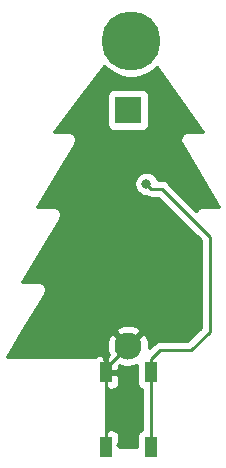
<source format=gbr>
G04 #@! TF.GenerationSoftware,KiCad,Pcbnew,(5.1.4)-1*
G04 #@! TF.CreationDate,2020-11-14T13:58:59-05:00*
G04 #@! TF.ProjectId,circuit,63697263-7569-4742-9e6b-696361645f70,rev?*
G04 #@! TF.SameCoordinates,Original*
G04 #@! TF.FileFunction,Copper,L2,Bot*
G04 #@! TF.FilePolarity,Positive*
%FSLAX46Y46*%
G04 Gerber Fmt 4.6, Leading zero omitted, Abs format (unit mm)*
G04 Created by KiCad (PCBNEW (5.1.4)-1) date 2020-11-14 13:58:59*
%MOMM*%
%LPD*%
G04 APERTURE LIST*
%ADD10C,0.800000*%
%ADD11C,5.000000*%
%ADD12R,1.000000X1.700000*%
%ADD13R,2.300000X2.300000*%
%ADD14C,2.300000*%
%ADD15C,0.250000*%
%ADD16C,0.254000*%
G04 APERTURE END LIST*
D10*
X65079825Y-43632175D03*
X63754000Y-43083000D03*
X62428175Y-43632175D03*
X61879000Y-44958000D03*
X62428175Y-46283825D03*
X63754000Y-46833000D03*
X65079825Y-46283825D03*
X65629000Y-44958000D03*
D11*
X63754000Y-44958000D03*
D12*
X65400000Y-79350000D03*
X65400000Y-73050000D03*
X61600000Y-79350000D03*
X61600000Y-73050000D03*
D13*
X63510000Y-50830000D03*
D14*
X63500000Y-70800000D03*
D10*
X65054480Y-57091580D03*
D15*
X61600000Y-72700000D02*
X61600000Y-73050000D01*
X63500000Y-70800000D02*
X61600000Y-72700000D01*
X61600000Y-73050000D02*
X61600000Y-79350000D01*
X65454479Y-57491579D02*
X66351099Y-57491579D01*
X65054480Y-57091580D02*
X65454479Y-57491579D01*
X66351099Y-57491579D02*
X70403720Y-61544200D01*
X70403720Y-61544200D02*
X70403720Y-69590920D01*
X70403720Y-69590920D02*
X68834000Y-71160640D01*
X65400000Y-71950000D02*
X65400000Y-73050000D01*
X66189360Y-71160640D02*
X65400000Y-71950000D01*
X68834000Y-71160640D02*
X66189360Y-71160640D01*
X65400000Y-74150000D02*
X65400000Y-79350000D01*
X65400000Y-73050000D02*
X65400000Y-74150000D01*
D16*
G36*
X61755554Y-47393114D02*
G01*
X62269021Y-47736201D01*
X62839554Y-47972524D01*
X63445229Y-48093000D01*
X64062771Y-48093000D01*
X64668446Y-47972524D01*
X65238979Y-47736201D01*
X65752446Y-47393114D01*
X65932523Y-47213037D01*
X69837495Y-52680000D01*
X68628522Y-52680000D01*
X68612237Y-52677592D01*
X68563678Y-52680000D01*
X68547581Y-52680000D01*
X68531258Y-52681608D01*
X68482390Y-52684031D01*
X68466717Y-52687964D01*
X68450617Y-52689550D01*
X68403758Y-52703765D01*
X68356292Y-52715677D01*
X68341680Y-52722596D01*
X68326207Y-52727290D01*
X68283027Y-52750370D01*
X68238791Y-52771317D01*
X68225813Y-52780951D01*
X68211550Y-52788575D01*
X68173700Y-52819638D01*
X68134402Y-52848811D01*
X68123551Y-52860794D01*
X68111052Y-52871052D01*
X68079991Y-52908900D01*
X68047138Y-52945181D01*
X68038834Y-52959049D01*
X68028575Y-52971550D01*
X68005497Y-53014727D01*
X67980351Y-53056723D01*
X67974911Y-53071949D01*
X67967290Y-53086207D01*
X67953076Y-53133062D01*
X67936609Y-53179153D01*
X67934245Y-53195139D01*
X67929550Y-53210617D01*
X67924750Y-53259357D01*
X67917592Y-53307763D01*
X67918392Y-53323903D01*
X67916807Y-53340000D01*
X67921608Y-53388743D01*
X67924031Y-53437610D01*
X67927964Y-53453283D01*
X67929550Y-53469383D01*
X67943765Y-53516242D01*
X67955677Y-53563708D01*
X67962596Y-53578320D01*
X67967290Y-53593793D01*
X67990371Y-53636975D01*
X67997376Y-53651768D01*
X68005640Y-53665541D01*
X68028575Y-53708450D01*
X68039026Y-53721184D01*
X71224315Y-59030000D01*
X69898522Y-59030000D01*
X69882237Y-59027592D01*
X69833678Y-59030000D01*
X69817581Y-59030000D01*
X69801258Y-59031608D01*
X69752390Y-59034031D01*
X69736717Y-59037964D01*
X69720617Y-59039550D01*
X69673758Y-59053765D01*
X69626292Y-59065677D01*
X69611680Y-59072596D01*
X69596207Y-59077290D01*
X69553027Y-59100370D01*
X69508791Y-59121317D01*
X69495813Y-59130951D01*
X69481550Y-59138575D01*
X69443700Y-59169638D01*
X69404402Y-59198811D01*
X69393551Y-59210794D01*
X69381052Y-59221052D01*
X69349991Y-59258900D01*
X69317138Y-59295181D01*
X69308834Y-59309049D01*
X69298575Y-59321550D01*
X69283700Y-59349379D01*
X66914903Y-56980582D01*
X66891100Y-56951578D01*
X66775375Y-56856605D01*
X66643346Y-56786033D01*
X66500085Y-56742576D01*
X66388432Y-56731579D01*
X66388421Y-56731579D01*
X66351099Y-56727903D01*
X66313777Y-56731579D01*
X66025639Y-56731579D01*
X65971685Y-56601324D01*
X65858417Y-56431806D01*
X65714254Y-56287643D01*
X65544736Y-56174375D01*
X65356378Y-56096354D01*
X65156419Y-56056580D01*
X64952541Y-56056580D01*
X64752582Y-56096354D01*
X64564224Y-56174375D01*
X64394706Y-56287643D01*
X64250543Y-56431806D01*
X64137275Y-56601324D01*
X64059254Y-56789682D01*
X64019480Y-56989641D01*
X64019480Y-57193519D01*
X64059254Y-57393478D01*
X64137275Y-57581836D01*
X64250543Y-57751354D01*
X64394706Y-57895517D01*
X64564224Y-58008785D01*
X64752582Y-58086806D01*
X64952541Y-58126580D01*
X65030254Y-58126580D01*
X65162232Y-58197125D01*
X65305493Y-58240582D01*
X65417146Y-58251579D01*
X65417156Y-58251579D01*
X65454478Y-58255255D01*
X65491801Y-58251579D01*
X66036298Y-58251579D01*
X69643720Y-61859002D01*
X69643721Y-69276117D01*
X68519199Y-70400640D01*
X66226693Y-70400640D01*
X66189360Y-70396963D01*
X66152027Y-70400640D01*
X66040374Y-70411637D01*
X65897113Y-70455094D01*
X65765084Y-70525666D01*
X65649359Y-70620639D01*
X65625561Y-70649638D01*
X65275659Y-70999540D01*
X65292741Y-70743339D01*
X65247240Y-70394681D01*
X65134594Y-70061600D01*
X65022090Y-69851118D01*
X64742349Y-69737256D01*
X63679605Y-70800000D01*
X63693748Y-70814143D01*
X63514143Y-70993748D01*
X63500000Y-70979605D01*
X63485858Y-70993748D01*
X63306253Y-70814143D01*
X63320395Y-70800000D01*
X62257651Y-69737256D01*
X61977910Y-69851118D01*
X61822039Y-70166296D01*
X61730651Y-70505826D01*
X61707259Y-70856661D01*
X61752760Y-71205319D01*
X61865406Y-71538400D01*
X61881758Y-71568992D01*
X61727000Y-71723750D01*
X61727000Y-72923000D01*
X62576250Y-72923000D01*
X62735000Y-72764250D01*
X62736907Y-72413972D01*
X62866296Y-72477961D01*
X63205826Y-72569349D01*
X63556661Y-72592741D01*
X63905319Y-72547240D01*
X64238400Y-72434594D01*
X64261928Y-72422018D01*
X64261928Y-73900000D01*
X64274188Y-74024482D01*
X64310498Y-74144180D01*
X64369463Y-74254494D01*
X64448815Y-74351185D01*
X64545506Y-74430537D01*
X64640000Y-74481046D01*
X64640001Y-77918954D01*
X64545506Y-77969463D01*
X64448815Y-78048815D01*
X64369463Y-78145506D01*
X64310498Y-78255820D01*
X64274188Y-78375518D01*
X64261928Y-78500000D01*
X64261928Y-79350000D01*
X62735000Y-79350000D01*
X62735000Y-79222998D01*
X62576252Y-79222998D01*
X62735000Y-79064250D01*
X62738072Y-78500000D01*
X62725812Y-78375518D01*
X62689502Y-78255820D01*
X62630537Y-78145506D01*
X62551185Y-78048815D01*
X62454494Y-77969463D01*
X62344180Y-77910498D01*
X62224482Y-77874188D01*
X62100000Y-77861928D01*
X61885750Y-77865000D01*
X61727002Y-78023748D01*
X61727002Y-77865000D01*
X61620000Y-77865000D01*
X61620000Y-74535000D01*
X61727002Y-74535000D01*
X61727002Y-74376252D01*
X61885750Y-74535000D01*
X62100000Y-74538072D01*
X62224482Y-74525812D01*
X62344180Y-74489502D01*
X62454494Y-74430537D01*
X62551185Y-74351185D01*
X62630537Y-74254494D01*
X62689502Y-74144180D01*
X62725812Y-74024482D01*
X62738072Y-73900000D01*
X62735000Y-73335750D01*
X62576250Y-73177000D01*
X61727000Y-73177000D01*
X61727000Y-73197000D01*
X61620000Y-73197000D01*
X61620000Y-72422419D01*
X61623193Y-72390000D01*
X61610450Y-72260617D01*
X61572710Y-72136207D01*
X61511425Y-72021550D01*
X61473000Y-71974729D01*
X61473000Y-71723750D01*
X61314250Y-71565000D01*
X61100000Y-71561928D01*
X60975518Y-71574188D01*
X60855820Y-71610498D01*
X60745506Y-71669463D01*
X60671741Y-71730000D01*
X53235685Y-71730000D01*
X54539094Y-69557651D01*
X62437256Y-69557651D01*
X63500000Y-70620395D01*
X64562744Y-69557651D01*
X64448882Y-69277910D01*
X64133704Y-69122039D01*
X63794174Y-69030651D01*
X63443339Y-69007259D01*
X63094681Y-69052760D01*
X62761600Y-69165406D01*
X62551118Y-69277910D01*
X62437256Y-69557651D01*
X54539094Y-69557651D01*
X56420977Y-66421181D01*
X56431425Y-66408450D01*
X56454355Y-66365551D01*
X56462624Y-66351769D01*
X56469633Y-66336967D01*
X56492710Y-66293793D01*
X56497403Y-66278323D01*
X56504323Y-66263709D01*
X56516237Y-66216237D01*
X56530450Y-66169383D01*
X56532036Y-66153284D01*
X56535969Y-66137611D01*
X56538393Y-66088735D01*
X56543193Y-66040000D01*
X56541608Y-66023909D01*
X56542409Y-66007763D01*
X56535249Y-65959345D01*
X56530450Y-65910617D01*
X56525755Y-65895140D01*
X56523391Y-65879153D01*
X56506924Y-65833062D01*
X56492710Y-65786207D01*
X56485089Y-65771949D01*
X56479649Y-65756723D01*
X56454503Y-65714727D01*
X56431425Y-65671550D01*
X56421166Y-65659049D01*
X56412862Y-65645181D01*
X56380009Y-65608900D01*
X56348948Y-65571052D01*
X56336449Y-65560794D01*
X56325598Y-65548811D01*
X56286296Y-65519635D01*
X56248450Y-65488575D01*
X56234190Y-65480953D01*
X56221210Y-65471317D01*
X56176968Y-65450367D01*
X56133793Y-65427290D01*
X56118321Y-65422596D01*
X56103708Y-65415677D01*
X56056240Y-65403764D01*
X56009383Y-65389550D01*
X55993284Y-65387964D01*
X55977611Y-65384031D01*
X55928735Y-65381607D01*
X55912419Y-65380000D01*
X55896334Y-65380000D01*
X55847762Y-65377591D01*
X55831471Y-65380000D01*
X54505685Y-65380000D01*
X57690977Y-60071181D01*
X57701425Y-60058450D01*
X57724355Y-60015551D01*
X57732624Y-60001769D01*
X57739633Y-59986967D01*
X57762710Y-59943793D01*
X57767403Y-59928323D01*
X57774323Y-59913709D01*
X57786237Y-59866237D01*
X57800450Y-59819383D01*
X57802036Y-59803284D01*
X57805969Y-59787611D01*
X57808393Y-59738735D01*
X57813193Y-59690000D01*
X57811608Y-59673909D01*
X57812409Y-59657763D01*
X57805249Y-59609345D01*
X57800450Y-59560617D01*
X57795755Y-59545140D01*
X57793391Y-59529153D01*
X57776924Y-59483062D01*
X57762710Y-59436207D01*
X57755089Y-59421949D01*
X57749649Y-59406723D01*
X57724503Y-59364727D01*
X57701425Y-59321550D01*
X57691166Y-59309049D01*
X57682862Y-59295181D01*
X57650009Y-59258900D01*
X57618948Y-59221052D01*
X57606449Y-59210794D01*
X57595598Y-59198811D01*
X57556296Y-59169635D01*
X57518450Y-59138575D01*
X57504190Y-59130953D01*
X57491210Y-59121317D01*
X57446968Y-59100367D01*
X57403793Y-59077290D01*
X57388321Y-59072596D01*
X57373708Y-59065677D01*
X57326240Y-59053764D01*
X57279383Y-59039550D01*
X57263284Y-59037964D01*
X57247611Y-59034031D01*
X57198735Y-59031607D01*
X57182419Y-59030000D01*
X57166334Y-59030000D01*
X57117762Y-59027591D01*
X57101471Y-59030000D01*
X55775685Y-59030000D01*
X58960977Y-53721181D01*
X58971425Y-53708450D01*
X58994355Y-53665551D01*
X59002624Y-53651769D01*
X59009633Y-53636967D01*
X59032710Y-53593793D01*
X59037403Y-53578323D01*
X59044323Y-53563709D01*
X59056237Y-53516237D01*
X59070450Y-53469383D01*
X59072036Y-53453284D01*
X59075969Y-53437611D01*
X59078393Y-53388735D01*
X59083193Y-53340000D01*
X59081608Y-53323909D01*
X59082409Y-53307763D01*
X59075249Y-53259345D01*
X59070450Y-53210617D01*
X59065755Y-53195140D01*
X59063391Y-53179153D01*
X59046924Y-53133062D01*
X59032710Y-53086207D01*
X59025089Y-53071949D01*
X59019649Y-53056723D01*
X58994503Y-53014727D01*
X58971425Y-52971550D01*
X58961166Y-52959049D01*
X58952862Y-52945181D01*
X58920009Y-52908900D01*
X58888948Y-52871052D01*
X58876449Y-52860794D01*
X58865598Y-52848811D01*
X58826296Y-52819635D01*
X58788450Y-52788575D01*
X58774190Y-52780953D01*
X58761210Y-52771317D01*
X58716968Y-52750367D01*
X58673793Y-52727290D01*
X58658321Y-52722596D01*
X58643708Y-52715677D01*
X58596240Y-52703764D01*
X58549383Y-52689550D01*
X58533284Y-52687964D01*
X58517611Y-52684031D01*
X58468735Y-52681607D01*
X58452419Y-52680000D01*
X58436334Y-52680000D01*
X58387762Y-52677591D01*
X58371471Y-52680000D01*
X57217982Y-52680000D01*
X59518932Y-49680000D01*
X61721928Y-49680000D01*
X61721928Y-51980000D01*
X61734188Y-52104482D01*
X61770498Y-52224180D01*
X61829463Y-52334494D01*
X61908815Y-52431185D01*
X62005506Y-52510537D01*
X62115820Y-52569502D01*
X62235518Y-52605812D01*
X62360000Y-52618072D01*
X64660000Y-52618072D01*
X64784482Y-52605812D01*
X64904180Y-52569502D01*
X65014494Y-52510537D01*
X65111185Y-52431185D01*
X65190537Y-52334494D01*
X65249502Y-52224180D01*
X65285812Y-52104482D01*
X65298072Y-51980000D01*
X65298072Y-49680000D01*
X65285812Y-49555518D01*
X65249502Y-49435820D01*
X65190537Y-49325506D01*
X65111185Y-49228815D01*
X65014494Y-49149463D01*
X64904180Y-49090498D01*
X64784482Y-49054188D01*
X64660000Y-49041928D01*
X62360000Y-49041928D01*
X62235518Y-49054188D01*
X62115820Y-49090498D01*
X62005506Y-49149463D01*
X61908815Y-49228815D01*
X61829463Y-49325506D01*
X61770498Y-49435820D01*
X61734188Y-49555518D01*
X61721928Y-49680000D01*
X59518932Y-49680000D01*
X61482423Y-47119983D01*
X61755554Y-47393114D01*
X61755554Y-47393114D01*
G37*
X61755554Y-47393114D02*
X62269021Y-47736201D01*
X62839554Y-47972524D01*
X63445229Y-48093000D01*
X64062771Y-48093000D01*
X64668446Y-47972524D01*
X65238979Y-47736201D01*
X65752446Y-47393114D01*
X65932523Y-47213037D01*
X69837495Y-52680000D01*
X68628522Y-52680000D01*
X68612237Y-52677592D01*
X68563678Y-52680000D01*
X68547581Y-52680000D01*
X68531258Y-52681608D01*
X68482390Y-52684031D01*
X68466717Y-52687964D01*
X68450617Y-52689550D01*
X68403758Y-52703765D01*
X68356292Y-52715677D01*
X68341680Y-52722596D01*
X68326207Y-52727290D01*
X68283027Y-52750370D01*
X68238791Y-52771317D01*
X68225813Y-52780951D01*
X68211550Y-52788575D01*
X68173700Y-52819638D01*
X68134402Y-52848811D01*
X68123551Y-52860794D01*
X68111052Y-52871052D01*
X68079991Y-52908900D01*
X68047138Y-52945181D01*
X68038834Y-52959049D01*
X68028575Y-52971550D01*
X68005497Y-53014727D01*
X67980351Y-53056723D01*
X67974911Y-53071949D01*
X67967290Y-53086207D01*
X67953076Y-53133062D01*
X67936609Y-53179153D01*
X67934245Y-53195139D01*
X67929550Y-53210617D01*
X67924750Y-53259357D01*
X67917592Y-53307763D01*
X67918392Y-53323903D01*
X67916807Y-53340000D01*
X67921608Y-53388743D01*
X67924031Y-53437610D01*
X67927964Y-53453283D01*
X67929550Y-53469383D01*
X67943765Y-53516242D01*
X67955677Y-53563708D01*
X67962596Y-53578320D01*
X67967290Y-53593793D01*
X67990371Y-53636975D01*
X67997376Y-53651768D01*
X68005640Y-53665541D01*
X68028575Y-53708450D01*
X68039026Y-53721184D01*
X71224315Y-59030000D01*
X69898522Y-59030000D01*
X69882237Y-59027592D01*
X69833678Y-59030000D01*
X69817581Y-59030000D01*
X69801258Y-59031608D01*
X69752390Y-59034031D01*
X69736717Y-59037964D01*
X69720617Y-59039550D01*
X69673758Y-59053765D01*
X69626292Y-59065677D01*
X69611680Y-59072596D01*
X69596207Y-59077290D01*
X69553027Y-59100370D01*
X69508791Y-59121317D01*
X69495813Y-59130951D01*
X69481550Y-59138575D01*
X69443700Y-59169638D01*
X69404402Y-59198811D01*
X69393551Y-59210794D01*
X69381052Y-59221052D01*
X69349991Y-59258900D01*
X69317138Y-59295181D01*
X69308834Y-59309049D01*
X69298575Y-59321550D01*
X69283700Y-59349379D01*
X66914903Y-56980582D01*
X66891100Y-56951578D01*
X66775375Y-56856605D01*
X66643346Y-56786033D01*
X66500085Y-56742576D01*
X66388432Y-56731579D01*
X66388421Y-56731579D01*
X66351099Y-56727903D01*
X66313777Y-56731579D01*
X66025639Y-56731579D01*
X65971685Y-56601324D01*
X65858417Y-56431806D01*
X65714254Y-56287643D01*
X65544736Y-56174375D01*
X65356378Y-56096354D01*
X65156419Y-56056580D01*
X64952541Y-56056580D01*
X64752582Y-56096354D01*
X64564224Y-56174375D01*
X64394706Y-56287643D01*
X64250543Y-56431806D01*
X64137275Y-56601324D01*
X64059254Y-56789682D01*
X64019480Y-56989641D01*
X64019480Y-57193519D01*
X64059254Y-57393478D01*
X64137275Y-57581836D01*
X64250543Y-57751354D01*
X64394706Y-57895517D01*
X64564224Y-58008785D01*
X64752582Y-58086806D01*
X64952541Y-58126580D01*
X65030254Y-58126580D01*
X65162232Y-58197125D01*
X65305493Y-58240582D01*
X65417146Y-58251579D01*
X65417156Y-58251579D01*
X65454478Y-58255255D01*
X65491801Y-58251579D01*
X66036298Y-58251579D01*
X69643720Y-61859002D01*
X69643721Y-69276117D01*
X68519199Y-70400640D01*
X66226693Y-70400640D01*
X66189360Y-70396963D01*
X66152027Y-70400640D01*
X66040374Y-70411637D01*
X65897113Y-70455094D01*
X65765084Y-70525666D01*
X65649359Y-70620639D01*
X65625561Y-70649638D01*
X65275659Y-70999540D01*
X65292741Y-70743339D01*
X65247240Y-70394681D01*
X65134594Y-70061600D01*
X65022090Y-69851118D01*
X64742349Y-69737256D01*
X63679605Y-70800000D01*
X63693748Y-70814143D01*
X63514143Y-70993748D01*
X63500000Y-70979605D01*
X63485858Y-70993748D01*
X63306253Y-70814143D01*
X63320395Y-70800000D01*
X62257651Y-69737256D01*
X61977910Y-69851118D01*
X61822039Y-70166296D01*
X61730651Y-70505826D01*
X61707259Y-70856661D01*
X61752760Y-71205319D01*
X61865406Y-71538400D01*
X61881758Y-71568992D01*
X61727000Y-71723750D01*
X61727000Y-72923000D01*
X62576250Y-72923000D01*
X62735000Y-72764250D01*
X62736907Y-72413972D01*
X62866296Y-72477961D01*
X63205826Y-72569349D01*
X63556661Y-72592741D01*
X63905319Y-72547240D01*
X64238400Y-72434594D01*
X64261928Y-72422018D01*
X64261928Y-73900000D01*
X64274188Y-74024482D01*
X64310498Y-74144180D01*
X64369463Y-74254494D01*
X64448815Y-74351185D01*
X64545506Y-74430537D01*
X64640000Y-74481046D01*
X64640001Y-77918954D01*
X64545506Y-77969463D01*
X64448815Y-78048815D01*
X64369463Y-78145506D01*
X64310498Y-78255820D01*
X64274188Y-78375518D01*
X64261928Y-78500000D01*
X64261928Y-79350000D01*
X62735000Y-79350000D01*
X62735000Y-79222998D01*
X62576252Y-79222998D01*
X62735000Y-79064250D01*
X62738072Y-78500000D01*
X62725812Y-78375518D01*
X62689502Y-78255820D01*
X62630537Y-78145506D01*
X62551185Y-78048815D01*
X62454494Y-77969463D01*
X62344180Y-77910498D01*
X62224482Y-77874188D01*
X62100000Y-77861928D01*
X61885750Y-77865000D01*
X61727002Y-78023748D01*
X61727002Y-77865000D01*
X61620000Y-77865000D01*
X61620000Y-74535000D01*
X61727002Y-74535000D01*
X61727002Y-74376252D01*
X61885750Y-74535000D01*
X62100000Y-74538072D01*
X62224482Y-74525812D01*
X62344180Y-74489502D01*
X62454494Y-74430537D01*
X62551185Y-74351185D01*
X62630537Y-74254494D01*
X62689502Y-74144180D01*
X62725812Y-74024482D01*
X62738072Y-73900000D01*
X62735000Y-73335750D01*
X62576250Y-73177000D01*
X61727000Y-73177000D01*
X61727000Y-73197000D01*
X61620000Y-73197000D01*
X61620000Y-72422419D01*
X61623193Y-72390000D01*
X61610450Y-72260617D01*
X61572710Y-72136207D01*
X61511425Y-72021550D01*
X61473000Y-71974729D01*
X61473000Y-71723750D01*
X61314250Y-71565000D01*
X61100000Y-71561928D01*
X60975518Y-71574188D01*
X60855820Y-71610498D01*
X60745506Y-71669463D01*
X60671741Y-71730000D01*
X53235685Y-71730000D01*
X54539094Y-69557651D01*
X62437256Y-69557651D01*
X63500000Y-70620395D01*
X64562744Y-69557651D01*
X64448882Y-69277910D01*
X64133704Y-69122039D01*
X63794174Y-69030651D01*
X63443339Y-69007259D01*
X63094681Y-69052760D01*
X62761600Y-69165406D01*
X62551118Y-69277910D01*
X62437256Y-69557651D01*
X54539094Y-69557651D01*
X56420977Y-66421181D01*
X56431425Y-66408450D01*
X56454355Y-66365551D01*
X56462624Y-66351769D01*
X56469633Y-66336967D01*
X56492710Y-66293793D01*
X56497403Y-66278323D01*
X56504323Y-66263709D01*
X56516237Y-66216237D01*
X56530450Y-66169383D01*
X56532036Y-66153284D01*
X56535969Y-66137611D01*
X56538393Y-66088735D01*
X56543193Y-66040000D01*
X56541608Y-66023909D01*
X56542409Y-66007763D01*
X56535249Y-65959345D01*
X56530450Y-65910617D01*
X56525755Y-65895140D01*
X56523391Y-65879153D01*
X56506924Y-65833062D01*
X56492710Y-65786207D01*
X56485089Y-65771949D01*
X56479649Y-65756723D01*
X56454503Y-65714727D01*
X56431425Y-65671550D01*
X56421166Y-65659049D01*
X56412862Y-65645181D01*
X56380009Y-65608900D01*
X56348948Y-65571052D01*
X56336449Y-65560794D01*
X56325598Y-65548811D01*
X56286296Y-65519635D01*
X56248450Y-65488575D01*
X56234190Y-65480953D01*
X56221210Y-65471317D01*
X56176968Y-65450367D01*
X56133793Y-65427290D01*
X56118321Y-65422596D01*
X56103708Y-65415677D01*
X56056240Y-65403764D01*
X56009383Y-65389550D01*
X55993284Y-65387964D01*
X55977611Y-65384031D01*
X55928735Y-65381607D01*
X55912419Y-65380000D01*
X55896334Y-65380000D01*
X55847762Y-65377591D01*
X55831471Y-65380000D01*
X54505685Y-65380000D01*
X57690977Y-60071181D01*
X57701425Y-60058450D01*
X57724355Y-60015551D01*
X57732624Y-60001769D01*
X57739633Y-59986967D01*
X57762710Y-59943793D01*
X57767403Y-59928323D01*
X57774323Y-59913709D01*
X57786237Y-59866237D01*
X57800450Y-59819383D01*
X57802036Y-59803284D01*
X57805969Y-59787611D01*
X57808393Y-59738735D01*
X57813193Y-59690000D01*
X57811608Y-59673909D01*
X57812409Y-59657763D01*
X57805249Y-59609345D01*
X57800450Y-59560617D01*
X57795755Y-59545140D01*
X57793391Y-59529153D01*
X57776924Y-59483062D01*
X57762710Y-59436207D01*
X57755089Y-59421949D01*
X57749649Y-59406723D01*
X57724503Y-59364727D01*
X57701425Y-59321550D01*
X57691166Y-59309049D01*
X57682862Y-59295181D01*
X57650009Y-59258900D01*
X57618948Y-59221052D01*
X57606449Y-59210794D01*
X57595598Y-59198811D01*
X57556296Y-59169635D01*
X57518450Y-59138575D01*
X57504190Y-59130953D01*
X57491210Y-59121317D01*
X57446968Y-59100367D01*
X57403793Y-59077290D01*
X57388321Y-59072596D01*
X57373708Y-59065677D01*
X57326240Y-59053764D01*
X57279383Y-59039550D01*
X57263284Y-59037964D01*
X57247611Y-59034031D01*
X57198735Y-59031607D01*
X57182419Y-59030000D01*
X57166334Y-59030000D01*
X57117762Y-59027591D01*
X57101471Y-59030000D01*
X55775685Y-59030000D01*
X58960977Y-53721181D01*
X58971425Y-53708450D01*
X58994355Y-53665551D01*
X59002624Y-53651769D01*
X59009633Y-53636967D01*
X59032710Y-53593793D01*
X59037403Y-53578323D01*
X59044323Y-53563709D01*
X59056237Y-53516237D01*
X59070450Y-53469383D01*
X59072036Y-53453284D01*
X59075969Y-53437611D01*
X59078393Y-53388735D01*
X59083193Y-53340000D01*
X59081608Y-53323909D01*
X59082409Y-53307763D01*
X59075249Y-53259345D01*
X59070450Y-53210617D01*
X59065755Y-53195140D01*
X59063391Y-53179153D01*
X59046924Y-53133062D01*
X59032710Y-53086207D01*
X59025089Y-53071949D01*
X59019649Y-53056723D01*
X58994503Y-53014727D01*
X58971425Y-52971550D01*
X58961166Y-52959049D01*
X58952862Y-52945181D01*
X58920009Y-52908900D01*
X58888948Y-52871052D01*
X58876449Y-52860794D01*
X58865598Y-52848811D01*
X58826296Y-52819635D01*
X58788450Y-52788575D01*
X58774190Y-52780953D01*
X58761210Y-52771317D01*
X58716968Y-52750367D01*
X58673793Y-52727290D01*
X58658321Y-52722596D01*
X58643708Y-52715677D01*
X58596240Y-52703764D01*
X58549383Y-52689550D01*
X58533284Y-52687964D01*
X58517611Y-52684031D01*
X58468735Y-52681607D01*
X58452419Y-52680000D01*
X58436334Y-52680000D01*
X58387762Y-52677591D01*
X58371471Y-52680000D01*
X57217982Y-52680000D01*
X59518932Y-49680000D01*
X61721928Y-49680000D01*
X61721928Y-51980000D01*
X61734188Y-52104482D01*
X61770498Y-52224180D01*
X61829463Y-52334494D01*
X61908815Y-52431185D01*
X62005506Y-52510537D01*
X62115820Y-52569502D01*
X62235518Y-52605812D01*
X62360000Y-52618072D01*
X64660000Y-52618072D01*
X64784482Y-52605812D01*
X64904180Y-52569502D01*
X65014494Y-52510537D01*
X65111185Y-52431185D01*
X65190537Y-52334494D01*
X65249502Y-52224180D01*
X65285812Y-52104482D01*
X65298072Y-51980000D01*
X65298072Y-49680000D01*
X65285812Y-49555518D01*
X65249502Y-49435820D01*
X65190537Y-49325506D01*
X65111185Y-49228815D01*
X65014494Y-49149463D01*
X64904180Y-49090498D01*
X64784482Y-49054188D01*
X64660000Y-49041928D01*
X62360000Y-49041928D01*
X62235518Y-49054188D01*
X62115820Y-49090498D01*
X62005506Y-49149463D01*
X61908815Y-49228815D01*
X61829463Y-49325506D01*
X61770498Y-49435820D01*
X61734188Y-49555518D01*
X61721928Y-49680000D01*
X59518932Y-49680000D01*
X61482423Y-47119983D01*
X61755554Y-47393114D01*
G36*
X61727000Y-79223000D02*
G01*
X61747000Y-79223000D01*
X61747000Y-79350000D01*
X61620000Y-79350000D01*
X61620000Y-79203000D01*
X61727000Y-79203000D01*
X61727000Y-79223000D01*
X61727000Y-79223000D01*
G37*
X61727000Y-79223000D02*
X61747000Y-79223000D01*
X61747000Y-79350000D01*
X61620000Y-79350000D01*
X61620000Y-79203000D01*
X61727000Y-79203000D01*
X61727000Y-79223000D01*
M02*

</source>
